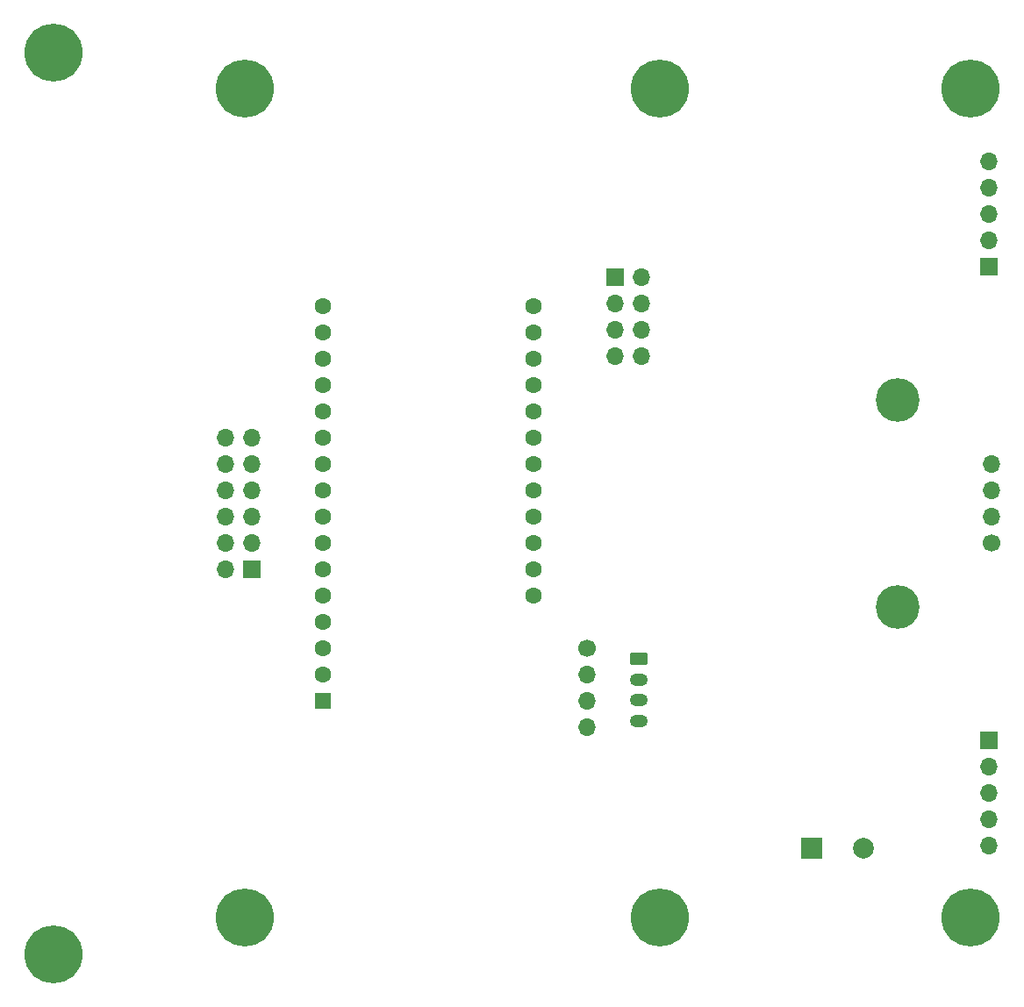
<source format=gbr>
%TF.GenerationSoftware,KiCad,Pcbnew,7.0.8*%
%TF.CreationDate,2023-10-27T12:06:26-04:00*%
%TF.ProjectId,top_plate,746f705f-706c-4617-9465-2e6b69636164,rev?*%
%TF.SameCoordinates,PX2faf080PY5f5e100*%
%TF.FileFunction,Soldermask,Bot*%
%TF.FilePolarity,Negative*%
%FSLAX46Y46*%
G04 Gerber Fmt 4.6, Leading zero omitted, Abs format (unit mm)*
G04 Created by KiCad (PCBNEW 7.0.8) date 2023-10-27 12:06:26*
%MOMM*%
%LPD*%
G01*
G04 APERTURE LIST*
G04 Aperture macros list*
%AMRoundRect*
0 Rectangle with rounded corners*
0 $1 Rounding radius*
0 $2 $3 $4 $5 $6 $7 $8 $9 X,Y pos of 4 corners*
0 Add a 4 corners polygon primitive as box body*
4,1,4,$2,$3,$4,$5,$6,$7,$8,$9,$2,$3,0*
0 Add four circle primitives for the rounded corners*
1,1,$1+$1,$2,$3*
1,1,$1+$1,$4,$5*
1,1,$1+$1,$6,$7*
1,1,$1+$1,$8,$9*
0 Add four rect primitives between the rounded corners*
20,1,$1+$1,$2,$3,$4,$5,0*
20,1,$1+$1,$4,$5,$6,$7,0*
20,1,$1+$1,$6,$7,$8,$9,0*
20,1,$1+$1,$8,$9,$2,$3,0*%
G04 Aperture macros list end*
%ADD10C,5.600000*%
%ADD11RoundRect,0.250000X-0.625000X0.350000X-0.625000X-0.350000X0.625000X-0.350000X0.625000X0.350000X0*%
%ADD12O,1.750000X1.200000*%
%ADD13C,1.700000*%
%ADD14O,1.700000X1.700000*%
%ADD15R,1.700000X1.700000*%
%ADD16C,4.220000*%
%ADD17R,2.000000X2.000000*%
%ADD18C,2.000000*%
%ADD19R,1.600000X1.600000*%
%ADD20C,1.600000*%
G04 APERTURE END LIST*
D10*
%TO.C,REF\u002A\u002A*%
X4500000Y-43500000D03*
%TD*%
D11*
%TO.C,J5*%
X61000000Y-15000000D03*
D12*
X61000000Y-17000000D03*
X61000000Y-19000000D03*
X61000000Y-21000000D03*
%TD*%
D13*
%TO.C,J7*%
X56000000Y-14000000D03*
D14*
X56000000Y-16540000D03*
X56000000Y-19080000D03*
X56000000Y-21620000D03*
%TD*%
D10*
%TO.C,REF\u002A\u002A*%
X63000000Y-40000000D03*
%TD*%
D15*
%TO.C,J10*%
X58669000Y21834000D03*
D14*
X61209000Y21834000D03*
X58669000Y19294000D03*
X61209000Y19294000D03*
X58669000Y16754000D03*
X61209000Y16754000D03*
X58669000Y14214000D03*
X61209000Y14214000D03*
%TD*%
D10*
%TO.C,REF\u002A\u002A*%
X4500000Y43500000D03*
%TD*%
D13*
%TO.C,J6*%
X95000000Y-3810000D03*
D14*
X95000000Y-1270000D03*
X95000000Y1270000D03*
X95000000Y3810000D03*
%TD*%
D10*
%TO.C,REF\u002A\u002A*%
X93000000Y40000000D03*
%TD*%
D16*
%TO.C,M1*%
X86000000Y10000000D03*
%TD*%
%TO.C,M2*%
X86000000Y-10000000D03*
%TD*%
D10*
%TO.C,REF\u002A\u002A*%
X63000000Y40000000D03*
%TD*%
%TO.C,REF\u002A\u002A*%
X93000000Y-40000000D03*
%TD*%
%TO.C,REF\u002A\u002A*%
X23000000Y-40000000D03*
%TD*%
%TO.C,REF\u002A\u002A*%
X23000000Y40000000D03*
%TD*%
D15*
%TO.C,J2*%
X23622000Y-6350000D03*
D14*
X21082000Y-6350000D03*
X23622000Y-3810000D03*
X21082000Y-3810000D03*
X23622000Y-1270000D03*
X21082000Y-1270000D03*
X23622000Y1270000D03*
X21082000Y1270000D03*
X23622000Y3810000D03*
X21082000Y3810000D03*
X23622000Y6350000D03*
X21082000Y6350000D03*
%TD*%
D15*
%TO.C,J1*%
X94742000Y-22860000D03*
D14*
X94742000Y-25400000D03*
X94742000Y-27940000D03*
X94742000Y-30480000D03*
X94742000Y-33020000D03*
%TD*%
D15*
%TO.C,J3*%
X94742000Y22860000D03*
D14*
X94742000Y25400000D03*
X94742000Y27940000D03*
X94742000Y30480000D03*
X94742000Y33020000D03*
%TD*%
D17*
%TO.C,BZ1*%
X77639216Y-33274000D03*
D18*
X82639216Y-33274000D03*
%TD*%
D19*
%TO.C,A1*%
X30480000Y-19050000D03*
D20*
X30480000Y-16510000D03*
X30480000Y-13970000D03*
X30480000Y-11430000D03*
X30480000Y-8890000D03*
X30480000Y-6350000D03*
X30480000Y-3810000D03*
X30480000Y-1270000D03*
X30480000Y1270000D03*
X30480000Y3810000D03*
X30480000Y6350000D03*
X30480000Y8890000D03*
X30480000Y11430000D03*
X30480000Y13970000D03*
X30480000Y16510000D03*
X30480000Y19050000D03*
X50800000Y19050000D03*
X50800000Y16510000D03*
X50800000Y13970000D03*
X50800000Y11430000D03*
X50800000Y8890000D03*
X50800000Y6350000D03*
X50800000Y3810000D03*
X50800000Y1270000D03*
X50800000Y-1270000D03*
X50800000Y-3810000D03*
X50800000Y-6350000D03*
X50800000Y-8890000D03*
%TD*%
M02*

</source>
